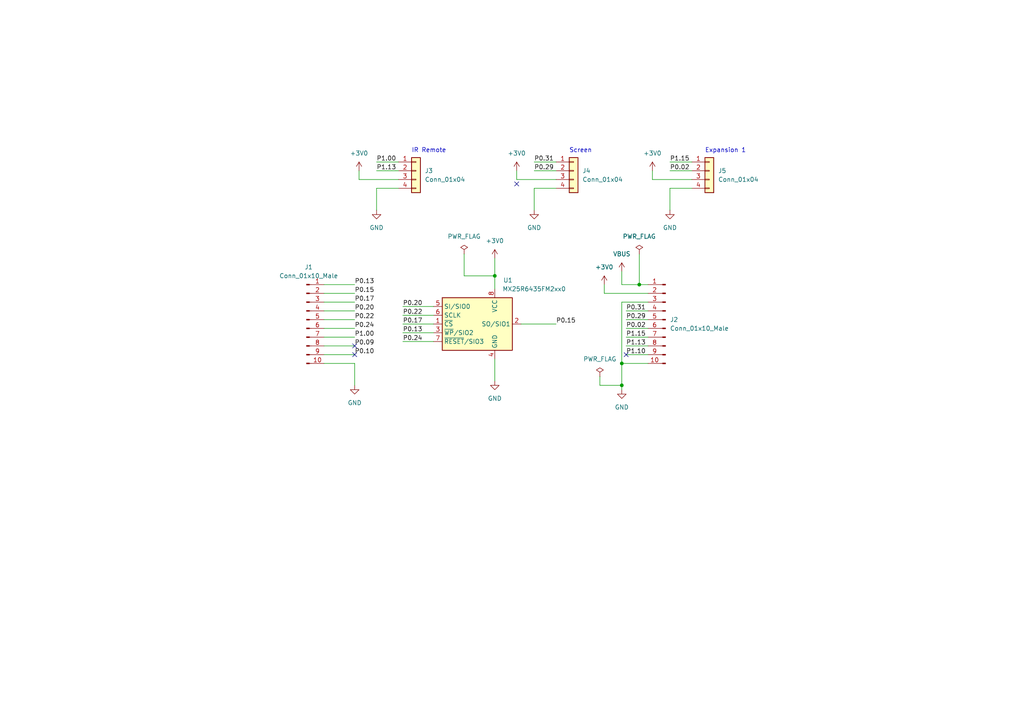
<source format=kicad_sch>
(kicad_sch (version 20211123) (generator eeschema)
  (paper "A4")
  (title_block (title "nRF52840 Dongle Expansion Board") (date "2023-01-18") (rev "1") (company "Krzysztof Rosinski"))
  (lib_symbols
    (symbol "Connector:Conn_01x10_Male" (pin_names (offset 1.016) hide)
      (property "Reference" "J" (at 0 12.7 0))
      (property "Value" "Conn_01x10_Male" (at 0 -15.24 0))
      (symbol "Conn_01x10_Male_1_1"
        (polyline (pts (xy 1.27 -12.7) (xy 0.8636 -12.7)) (stroke (width 0.1524)))
        (polyline (pts (xy 1.27 -10.16) (xy 0.8636 -10.16)) (stroke (width 0.1524)))
        (polyline (pts (xy 1.27 -7.62) (xy 0.8636 -7.62)) (stroke (width 0.1524)))
        (polyline (pts (xy 1.27 -5.08) (xy 0.8636 -5.08)) (stroke (width 0.1524)))
        (polyline (pts (xy 1.27 -2.54) (xy 0.8636 -2.54)) (stroke (width 0.1524)))
        (polyline (pts (xy 1.27 0) (xy 0.8636 0)) (stroke (width 0.1524)))
        (polyline (pts (xy 1.27 2.54) (xy 0.8636 2.54)) (stroke (width 0.1524)))
        (polyline (pts (xy 1.27 5.08) (xy 0.8636 5.08)) (stroke (width 0.1524)))
        (polyline (pts (xy 1.27 7.62) (xy 0.8636 7.62)) (stroke (width 0.1524)))
        (polyline (pts (xy 1.27 10.16) (xy 0.8636 10.16)) (stroke (width 0.1524)))
        (rectangle (start 0.8636 -12.573) (end 0 -12.827) (stroke (width 0.1524)) (fill (type outline)))
        (rectangle (start 0.8636 -10.033) (end 0 -10.287) (stroke (width 0.1524)) (fill (type outline)))
        (rectangle (start 0.8636 -7.493) (end 0 -7.747) (stroke (width 0.1524)) (fill (type outline)))
        (rectangle (start 0.8636 -4.953) (end 0 -5.207) (stroke (width 0.1524)) (fill (type outline)))
        (rectangle (start 0.8636 -2.413) (end 0 -2.667) (stroke (width 0.1524)) (fill (type outline)))
        (rectangle (start 0.8636 0.127) (end 0 -0.127) (stroke (width 0.1524)) (fill (type outline)))
        (rectangle (start 0.8636 2.667) (end 0 2.413) (stroke (width 0.1524)) (fill (type outline)))
        (rectangle (start 0.8636 5.207) (end 0 4.953) (stroke (width 0.1524)) (fill (type outline)))
        (rectangle (start 0.8636 7.747) (end 0 7.493) (stroke (width 0.1524)) (fill (type outline)))
        (rectangle (start 0.8636 10.287) (end 0 10.033) (stroke (width 0.1524)) (fill (type outline)))
        (pin passive line (at 5.08 10.16 180) (length 3.81) (name "Pin_1") (number "1"))
        (pin passive line (at 5.08 -12.7 180) (length 3.81) (name "Pin_10") (number "10"))
        (pin passive line (at 5.08 7.62 180) (length 3.81) (name "Pin_2") (number "2"))
        (pin passive line (at 5.08 5.08 180) (length 3.81) (name "Pin_3") (number "3"))
        (pin passive line (at 5.08 2.54 180) (length 3.81) (name "Pin_4") (number "4"))
        (pin passive line (at 5.08 0 180) (length 3.81) (name "Pin_5") (number "5"))
        (pin passive line (at 5.08 -2.54 180) (length 3.81) (name "Pin_6") (number "6"))
        (pin passive line (at 5.08 -5.08 180) (length 3.81) (name "Pin_7") (number "7"))
        (pin passive line (at 5.08 -7.62 180) (length 3.81) (name "Pin_8") (number "8"))
        (pin passive line (at 5.08 -10.16 180) (length 3.81) (name "Pin_9") (number "9"))
      )
    )
    (symbol "Connector_Generic:Conn_01x04" (pin_names (offset 1.016) hide)
      (property "Reference" "J" (at 0 5.08 0))
      (property "Value" "Conn_01x04" (at 0 -7.62 0))
      (symbol "Conn_01x04_1_1"
        (rectangle (start -1.27 -4.953) (end 0 -5.207) (stroke (width 0.1524)))
        (rectangle (start -1.27 -2.413) (end 0 -2.667) (stroke (width 0.1524)))
        (rectangle (start -1.27 0.127) (end 0 -0.127) (stroke (width 0.1524)))
        (rectangle (start -1.27 2.667) (end 0 2.413) (stroke (width 0.1524)))
        (rectangle (start -1.27 3.81) (end 1.27 -6.35) (stroke (width 0.254)) (fill (type background)))
        (pin passive line (at -5.08 2.54 0) (length 3.81) (name "Pin_1") (number "1"))
        (pin passive line (at -5.08 0 0) (length 3.81) (name "Pin_2") (number "2"))
        (pin passive line (at -5.08 -2.54 0) (length 3.81) (name "Pin_3") (number "3"))
        (pin passive line (at -5.08 -5.08 0) (length 3.81) (name "Pin_4") (number "4"))
      )
    )
    (symbol "Memory_Flash:MX25R3235FM2xx0"
      (property "Reference" "U" (at -8.89 8.89 0))
      (property "Value" "MX25R3235FM2xx0" (at 15.24 8.89 0))
      (symbol "MX25R3235FM2xx0_1_1"
        (rectangle (start -10.16 7.62) (end 10.16 -7.62) (stroke (width 0.254)) (fill (type background)))
        (pin input line (at -12.7 0 0) (length 2.54) (name "~{CS}") (number "1"))
        (pin bidirectional line (at 12.7 0 180) (length 2.54) (name "SO/SIO1") (number "2"))
        (pin bidirectional line (at -12.7 -2.54 0) (length 2.54) (name "~{WP}/SIO2") (number "3"))
        (pin power_in line (at 5.08 -10.16 90) (length 2.54) (name "GND") (number "4"))
        (pin bidirectional line (at -12.7 5.08 0) (length 2.54) (name "SI/SIO0") (number "5"))
        (pin input line (at -12.7 2.54 0) (length 2.54) (name "SCLK") (number "6"))
        (pin bidirectional line (at -12.7 -5.08 0) (length 2.54) (name "~{RESET}/SIO3") (number "7"))
        (pin power_in line (at 5.08 10.16 270) (length 2.54) (name "VCC") (number "8"))
      )
    )
    (symbol "power:+3V0" (power) (pin_names (offset 0))
      (property "Value" "+3V0" (at 0 3.556 0))
      (symbol "+3V0_0_1"
        (polyline (pts (xy -0.762 1.27) (xy 0 2.54)))
        (polyline (pts (xy 0 0) (xy 0 2.54)))
        (polyline (pts (xy 0 2.54) (xy 0.762 1.27)))
      )
      (symbol "+3V0_1_1"
        (pin power_in line (at 0 0 90) (length 0) hide (name "+3V0") (number "1"))
      )
    )
    (symbol "power:GND" (power) (pin_names (offset 0))
      (property "Value" "GND" (at 0 -3.81 0))
      (symbol "GND_0_1"
        (polyline (pts (xy 0 0) (xy 0 -1.27) (xy 1.27 -1.27) (xy 0 -2.54) (xy -1.27 -1.27) (xy 0 -1.27)))
      )
      (symbol "GND_1_1"
        (pin power_in line (at 0 0 270) (length 0) hide (name "GND") (number "1"))
      )
    )
    (symbol "power:PWR_FLAG" (power) (pin_numbers hide) (pin_names (offset 0) hide)
      (property "Value" "PWR_FLAG" (at 0 3.81 0))
      (symbol "PWR_FLAG_0_0"
        (pin power_out line (at 0 0 90) (length 0) (name "pwr") (number "1"))
      )
      (symbol "PWR_FLAG_0_1"
        (polyline (pts (xy 0 0) (xy 0 1.27) (xy -1.016 1.905) (xy 0 2.54) (xy 1.016 1.905) (xy 0 1.27)))
      )
    )
    (symbol "power:VBUS" (power) (pin_names (offset 0))
      (property "Value" "VBUS" (at 0 3.81 0))
      (symbol "VBUS_0_1"
        (polyline (pts (xy -0.762 1.27) (xy 0 2.54)))
        (polyline (pts (xy 0 0) (xy 0 2.54)))
        (polyline (pts (xy 0 2.54) (xy 0.762 1.27)))
      )
      (symbol "VBUS_1_1"
        (pin power_in line (at 0 0 90) (length 0) hide (name "VBUS") (number "1"))
      )
    )
  )
  (junction (at 143.51 80.01))
  (junction (at 180.34 111.76))
  (junction (at 185.42 82.55))
  (junction (at 180.34 105.41))
  (no_connect (at 181.61 102.87))
  (no_connect (at 102.87 102.87))
  (no_connect (at 102.87 100.33))
  (no_connect (at 149.86 53.34))
  (wire (pts (xy 116.84 99.06) (xy 125.73 99.06)))
  (wire (pts (xy 187.96 87.63) (xy 180.34 87.63)))
  (wire (pts (xy 104.14 52.07) (xy 104.14 49.53)))
  (wire (pts (xy 93.98 85.09) (xy 102.87 85.09)))
  (wire (pts (xy 175.26 85.09) (xy 187.96 85.09)))
  (wire (pts (xy 116.84 93.98) (xy 125.73 93.98)))
  (wire (pts (xy 143.51 74.93) (xy 143.51 80.01)))
  (wire (pts (xy 93.98 92.71) (xy 102.87 92.71)))
  (wire (pts (xy 194.31 49.53) (xy 200.66 49.53)))
  (wire (pts (xy 175.26 82.55) (xy 175.26 85.09)))
  (wire (pts (xy 181.61 100.33) (xy 187.96 100.33)))
  (wire (pts (xy 181.61 97.79) (xy 187.96 97.79)))
  (wire (pts (xy 173.99 111.76) (xy 180.34 111.76)))
  (wire (pts (xy 181.61 92.71) (xy 187.96 92.71)))
  (wire (pts (xy 180.34 105.41) (xy 180.34 111.76)))
  (wire (pts (xy 161.29 54.61) (xy 154.94 54.61)))
  (wire (pts (xy 154.94 54.61) (xy 154.94 60.96)))
  (wire (pts (xy 116.84 88.9) (xy 125.73 88.9)))
  (wire (pts (xy 181.61 95.25) (xy 187.96 95.25)))
  (wire (pts (xy 189.23 52.07) (xy 200.66 52.07)))
  (wire (pts (xy 187.96 105.41) (xy 180.34 105.41)))
  (wire (pts (xy 143.51 104.14) (xy 143.51 110.49)))
  (wire (pts (xy 180.34 87.63) (xy 180.34 105.41)))
  (wire (pts (xy 93.98 105.41) (xy 102.87 105.41)))
  (wire (pts (xy 181.61 90.17) (xy 187.96 90.17)))
  (wire (pts (xy 93.98 102.87) (xy 102.87 102.87)))
  (wire (pts (xy 93.98 90.17) (xy 102.87 90.17)))
  (wire (pts (xy 93.98 95.25) (xy 102.87 95.25)))
  (wire (pts (xy 200.66 46.99) (xy 194.31 46.99)))
  (wire (pts (xy 180.34 82.55) (xy 185.42 82.55)))
  (wire (pts (xy 115.57 46.99) (xy 109.22 46.99)))
  (wire (pts (xy 185.42 82.55) (xy 187.96 82.55)))
  (wire (pts (xy 109.22 54.61) (xy 109.22 60.96)))
  (wire (pts (xy 143.51 80.01) (xy 143.51 83.82)))
  (wire (pts (xy 194.31 54.61) (xy 194.31 60.96)))
  (wire (pts (xy 116.84 96.52) (xy 125.73 96.52)))
  (wire (pts (xy 104.14 52.07) (xy 115.57 52.07)))
  (wire (pts (xy 116.84 91.44) (xy 125.73 91.44)))
  (wire (pts (xy 189.23 52.07) (xy 189.23 49.53)))
  (wire (pts (xy 161.29 46.99) (xy 154.94 46.99)))
  (wire (pts (xy 185.42 73.66) (xy 185.42 82.55)))
  (wire (pts (xy 115.57 54.61) (xy 109.22 54.61)))
  (wire (pts (xy 149.86 52.07) (xy 149.86 49.53)))
  (wire (pts (xy 93.98 82.55) (xy 102.87 82.55)))
  (wire (pts (xy 180.34 111.76) (xy 180.34 113.03)))
  (wire (pts (xy 102.87 105.41) (xy 102.87 111.76)))
  (wire (pts (xy 93.98 100.33) (xy 102.87 100.33)))
  (wire (pts (xy 181.61 102.87) (xy 187.96 102.87)))
  (wire (pts (xy 151.13 93.98) (xy 161.29 93.98)))
  (wire (pts (xy 134.62 73.66) (xy 134.62 80.01)))
  (wire (pts (xy 93.98 97.79) (xy 102.87 97.79)))
  (wire (pts (xy 149.86 52.07) (xy 161.29 52.07)))
  (wire (pts (xy 154.94 49.53) (xy 161.29 49.53)))
  (wire (pts (xy 180.34 78.74) (xy 180.34 82.55)))
  (wire (pts (xy 109.22 49.53) (xy 115.57 49.53)))
  (wire (pts (xy 200.66 54.61) (xy 194.31 54.61)))
  (wire (pts (xy 173.99 109.22) (xy 173.99 111.76)))
  (wire (pts (xy 93.98 87.63) (xy 102.87 87.63)))
  (wire (pts (xy 134.62 80.01) (xy 143.51 80.01)))
  (text "Expansion 1" (at 204.47 44.45 0) (effects (font (size 1.27 1.27)) (justify left bottom)))
  (text "Screen" (at 165.1 44.45 0) (effects (font (size 1.27 1.27)) (justify left bottom)))
  (text "IR Remote" (at 119.38 44.45 0) (effects (font (size 1.27 1.27)) (justify left bottom)))
  (label "P1.15" (at 194.31 46.99 0))
  (label "P0.10" (at 102.87 102.87 0))
  (label "P1.10" (at 181.61 102.87 0))
  (label "P0.17" (at 102.87 87.63 0))
  (label "P0.24" (at 102.87 95.25 0))
  (label "P0.15" (at 161.29 93.98 0))
  (label "P0.09" (at 102.87 100.33 0))
  (label "P1.00" (at 109.22 46.99 0))
  (label "P0.02" (at 194.31 49.53 0))
  (label "P0.22" (at 116.84 91.44 0))
  (label "P0.24" (at 116.84 99.06 0))
  (label "P1.00" (at 102.87 97.79 0))
  (label "P1.15" (at 181.61 97.79 0))
  (label "P0.29" (at 181.61 92.71 0))
  (label "P0.20" (at 116.84 88.9 0))
  (label "P0.31" (at 154.94 46.99 0))
  (label "P0.31" (at 181.61 90.17 0))
  (label "P1.13" (at 109.22 49.53 0))
  (label "P0.13" (at 102.87 82.55 0))
  (label "P0.20" (at 102.87 90.17 0))
  (label "P0.15" (at 102.87 85.09 0))
  (label "P0.13" (at 116.84 96.52 0))
  (label "P0.02" (at 181.61 95.25 0))
  (label "P0.22" (at 102.87 92.71 0))
  (label "P1.13" (at 181.61 100.33 0))
  (label "P0.17" (at 116.84 93.98 0))
  (label "P0.29" (at 154.94 49.53 0))
  (symbol (lib_id "power:GND") (at 180.34 113.03 0) (unit 1)
    (property "Reference" "#PWR0103" (effects hide))
    (property "Value" "GND" (at 180.34 118.11 0))
  )
  (symbol (lib_id "power:PWR_FLAG") (at 134.62 73.66 0) (unit 1)
    (property "Reference" "#FLG?" (effects hide))
    (property "Value" "PWR_FLAG" (at 134.62 68.58 0))
  )
  (symbol (lib_id "power:VBUS") (at 180.34 78.74 0) (unit 1)
    (property "Reference" "#PWR0104" (effects hide))
    (property "Value" "VBUS" (at 180.34 73.66 0))
  )
  (symbol (lib_id "power:GND") (at 109.22 60.96 0) (unit 1)
    (property "Reference" "#PWR0107" (effects hide))
    (property "Value" "GND" (at 109.22 66.04 0))
  )
  (symbol (lib_id "Memory_Flash:MX25R3235FM2xx0") (at 138.43 93.98 0) (unit 1)
    (property "Reference" "U1" (at 147.32 81.28 0))
    (property "Value" "MX25R6435FM2xx0" (at 154.94 83.82 0))
    (property "Footprint" "Package_SO:SOIC-8_5.23x5.23mm_P1.27mm" (effects hide))
    (property "Datasheet" "http://www.macronix.com/Lists/Datasheet/Attachments/7534/MX25R3235F,%20Wide%20Range,%2032Mb,%20v1.6.pdf" (effects hide))
  )
  (symbol (lib_id "Connector_Generic:Conn_01x04") (at 166.37 49.53 0) (unit 1)
    (property "Reference" "J4" (at 168.91 49.5299 0) (effects (justify left)))
    (property "Value" "Conn_01x04" (at 168.91 52.0699 0) (effects (justify left)))
    (property "Footprint" "Connector_JST:JST_SH_BM04B-SRSS-TB_1x04-1MP_P1.00mm_Vertical" (effects hide))
  )
  (symbol (lib_id "power:GND") (at 154.94 60.96 0) (unit 1)
    (property "Reference" "#PWR0109" (effects hide))
    (property "Value" "GND" (at 154.94 66.04 0))
  )
  (symbol (lib_id "power:+3V0") (at 175.26 82.55 0) (unit 1)
    (property "Reference" "#PWR0105" (effects hide))
    (property "Value" "+3V0" (at 175.26 77.47 0))
  )
  (symbol (lib_id "power:+3V0") (at 104.14 49.53 0) (unit 1)
    (property "Reference" "#PWR0106" (effects hide))
    (property "Value" "+3V0" (at 104.14 44.45 0))
  )
  (symbol (lib_id "power:GND") (at 143.51 110.49 0) (unit 1)
    (property "Reference" "#PWR0101" (effects hide))
    (property "Value" "GND" (at 143.51 115.57 0))
  )
  (symbol (lib_id "power:+3V0") (at 149.86 49.53 0) (unit 1)
    (property "Reference" "#PWR0110" (effects hide))
    (property "Value" "+3V0" (at 149.86 44.45 0))
  )
  (symbol (lib_id "power:+3V0") (at 189.23 49.53 0) (unit 1)
    (property "Reference" "#PWR0113" (effects hide))
    (property "Value" "+3V0" (at 189.23 44.45 0))
  )
  (symbol (lib_id "power:GND") (at 194.31 60.96 0) (unit 1)
    (property "Reference" "#PWR0114" (effects hide))
    (property "Value" "GND" (at 194.31 66.04 0))
  )
  (symbol (lib_id "Connector_Generic:Conn_01x04") (at 205.74 49.53 0) (unit 1)
    (property "Reference" "J5" (at 208.28 49.5299 0) (effects (justify left)))
    (property "Value" "Conn_01x04" (at 208.28 52.0699 0) (effects (justify left)))
    (property "Footprint" "Connector_JST:JST_SH_BM04B-SRSS-TB_1x04-1MP_P1.00mm_Vertical" (effects hide))
  )
  (symbol (lib_id "Connector:Conn_01x10_Male") (at 193.04 92.71 0) (mirror y) (unit 1)
    (property "Reference" "J2" (at 194.31 92.7099 0) (effects (justify right)))
    (property "Value" "Conn_01x10_Male" (at 194.31 95.2499 0) (effects (justify right)))
    (property "Footprint" "Connector_PinHeader_2.54mm:PinHeader_1x10_P2.54mm_Vertical" (effects hide))
  )
  (symbol (lib_id "power:PWR_FLAG") (at 173.99 109.22 0) (unit 1)
    (property "Reference" "#FLG?" (effects hide))
    (property "Value" "PWR_FLAG" (at 173.99 104.14 0))
  )
  (symbol (lib_id "power:PWR_FLAG") (at 185.42 73.66 0) (unit 1)
    (property "Reference" "#FLG?" (effects hide))
    (property "Value" "PWR_FLAG" (at 185.42 68.58 0))
  )
  (symbol (lib_id "Connector:Conn_01x10_Male") (at 88.9 92.71 0) (unit 1)
    (property "Reference" "J1" (at 89.535 77.47 0))
    (property "Value" "Conn_01x10_Male" (at 89.535 80.01 0))
    (property "Footprint" "Connector_PinHeader_2.54mm:PinHeader_1x10_P2.54mm_Vertical" (effects hide))
  )
  (symbol (lib_id "power:GND") (at 102.87 111.76 0) (unit 1)
    (property "Reference" "#PWR0102" (effects hide))
    (property "Value" "GND" (at 102.87 116.84 0))
  )
  (symbol (lib_id "Connector_Generic:Conn_01x04") (at 120.65 49.53 0) (unit 1)
    (property "Reference" "J3" (at 123.19 49.5299 0) (effects (justify left)))
    (property "Value" "Conn_01x04" (at 123.19 52.0699 0) (effects (justify left)))
    (property "Footprint" "Connector_JST:JST_SH_BM04B-SRSS-TB_1x04-1MP_P1.00mm_Vertical" (effects hide))
  )
  (symbol (lib_id "power:+3V0") (at 143.51 74.93 0) (unit 1)
    (property "Reference" "#PWR0108" (effects hide))
    (property "Value" "+3V0" (at 143.51 69.85 0))
  )
)
</source>
